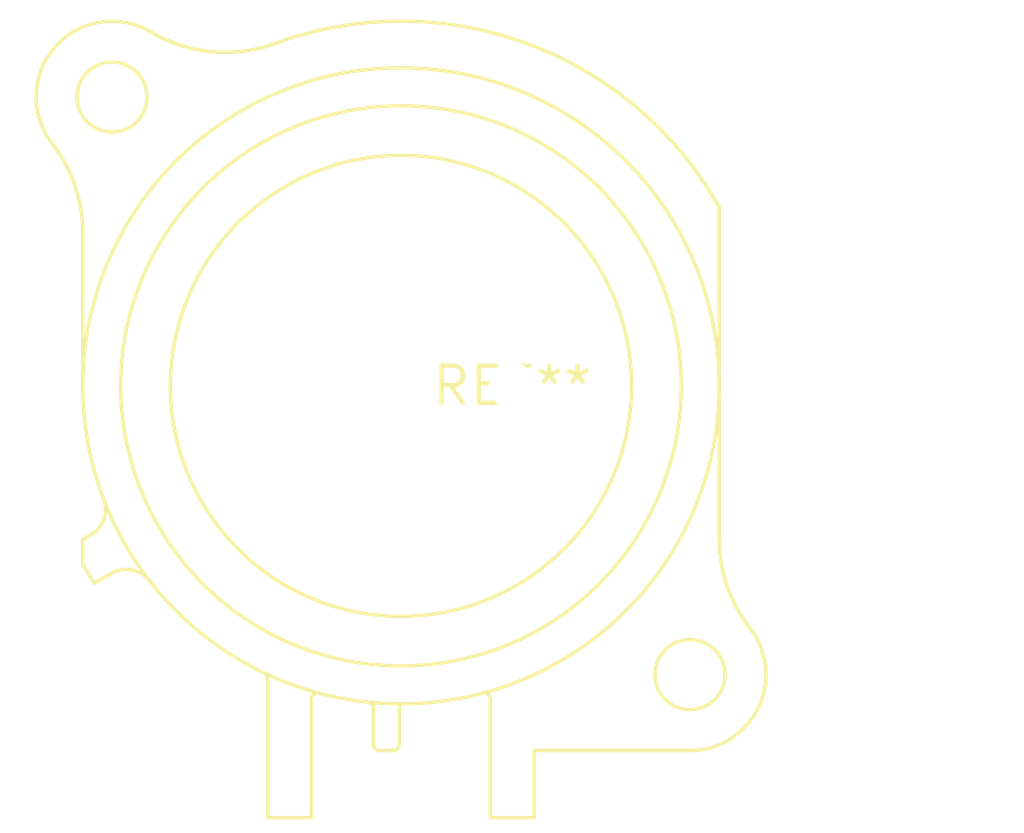
<source format=kicad_pcb>
(kicad_pcb (version 20240108) (generator pcbnew)
  (layers (0 "F.Cu" signal) (31 "B.Cu" signal) (34 "B.Paste" user) (35 "F.Paste" user) (36 "B.SilkS" user "B.Silkscreen") (37 "F.SilkS" user "F.Silkscreen") (38 "B.Mask" user) (39 "F.Mask" user) (44 "Edge.Cuts" user))
  (net 0 "")
  (footprint "Jack_XLR_Neutrik_NC3FAAV1_Vertical" (layer "F.Cu") (at 0 0)
    (property "Reference" "REF**")
    (property "Value" "Jack_XLR_Neutrik_NC3FAAV1_Vertical")
    (fp_line (start -14.71 0) (end -14.71 -5.24) (layer "F.SilkS") (stroke (width 0.12)))
    (fp_line (start -14.71 5.26) (end -14.44 5.11) (layer "F.SilkS") (stroke (width 0.12)))
    (fp_line (start -14.71 6.12) (end -14.71 5.26) (layer "F.SilkS") (stroke (width 0.12)))
    (fp_line (start -14.32 6.76) (end -14.71 6.12) (layer "F.SilkS") (stroke (width 0.12)))
    (fp_line (start -13.71 6.42) (end -14.32 6.76) (layer "F.SilkS") (stroke (width 0.12)))
    (fp_line (start -8.37 10.03) (end -8.37 14.8) (layer "F.SilkS") (stroke (width 0.12)))
    (fp_line (start -6.87 14.8) (end -8.37 14.8) (layer "F.SilkS") (stroke (width 0.12)))
    (fp_line (start -6.87 14.8) (end -6.87 10.73) (layer "F.SilkS") (stroke (width 0.12)))
    (fp_line (start -4.75 11.04) (end -4.75 12.3) (layer "F.SilkS") (stroke (width 0.12)))
    (fp_line (start -4.07 12.5) (end -4.55 12.5) (layer "F.SilkS") (stroke (width 0.12)))
    (fp_line (start -3.87 10.9) (end -3.87 12.3) (layer "F.SilkS") (stroke (width 0.12)))
    (fp_line (start -0.75 10.73) (end -0.75 10.73) (layer "F.SilkS") (stroke (width 0.12)))
    (fp_line (start -0.75 14.8) (end -0.75 10.73) (layer "F.SilkS") (stroke (width 0.12)))
    (fp_line (start 0.75 12.5) (end 6.09 12.5) (layer "F.SilkS") (stroke (width 0.12)))
    (fp_line (start 0.75 14.8) (end -0.75 14.8) (layer "F.SilkS") (stroke (width 0.12)))
    (fp_line (start 0.75 14.8) (end 0.75 12.5) (layer "F.SilkS") (stroke (width 0.12)))
    (fp_line (start 7.09 5.24) (end 7.09 -6.12) (layer "F.SilkS") (stroke (width 0.12)))
    (fp_arc (start -15.766689 -8.317569) (mid -14.98153 -6.866962) (end -14.71 -5.24) (layer "F.SilkS") (stroke (width 0.12)))
    (fp_arc (start -15.761979 -8.309032) (mid -15.65429 -11.620911) (end -12.38 -12.13) (layer "F.SilkS") (stroke (width 0.12)))
    (fp_arc (start -13.969214 3.951372) (mid -13.999461 4.614043) (end -14.44 5.11) (layer "F.SilkS") (stroke (width 0.12)))
    (fp_arc (start -13.71 6.42) (mid -13.01025 6.315915) (end -12.412202 6.693832) (layer "F.SilkS") (stroke (width 0.12)))
    (fp_arc (start -8.436364 9.870864) (mid -8.385177 9.942924) (end -8.37 10.03) (layer "F.SilkS") (stroke (width 0.12)))
    (fp_arc (start -8.12905 -11.730738) (mid 0.51404 -11.7289) (end 7.09 -6.12) (layer "F.SilkS") (stroke (width 0.12)))
    (fp_arc (start -8.118081 -11.733841) (mid -10.293498 -11.453642) (end -12.38 -12.13) (layer "F.SilkS") (stroke (width 0.12)))
    (fp_arc (start -6.87 10.73) (mid -6.814828 10.588126) (end -6.678303 10.520799) (layer "F.SilkS") (stroke (width 0.12)))
    (fp_arc (start -4.908418 10.84437) (mid -4.794571 10.914136) (end -4.75 11.04) (layer "F.SilkS") (stroke (width 0.12)))
    (fp_arc (start -4.55 12.5) (mid -4.691421 12.441421) (end -4.75 12.3) (layer "F.SilkS") (stroke (width 0.12)))
    (fp_arc (start -3.87 12.3) (mid -3.928579 12.441421) (end -4.07 12.5) (layer "F.SilkS") (stroke (width 0.12)))
    (fp_arc (start -0.949009 10.520288) (mid -0.807671 10.585446) (end -0.75 10.73) (layer "F.SilkS") (stroke (width 0.12)))
    (fp_arc (start 8.141619 8.302858) (mid 8.42587 11.041804) (end 6.09 12.5) (layer "F.SilkS") (stroke (width 0.12)))
    (fp_arc (start 8.14247 8.305283) (mid 7.360446 6.860467) (end 7.09 5.24) (layer "F.SilkS") (stroke (width 0.12)))
    (fp_circle (center -13.71 -9.9) (end -12.51 -9.9) (layer "F.SilkS") (stroke (width 0.12)) (fill none))
    (fp_circle (center -3.81 0) (end 4.09 0) (layer "F.SilkS") (stroke (width 0.12)) (fill none))
    (fp_circle (center -3.81 0) (end 5.79 0) (layer "F.SilkS") (stroke (width 0.12)) (fill none))
    (fp_circle (center -3.81 0) (end 7.09 0) (layer "F.SilkS") (stroke (width 0.12)) (fill none))
    (fp_circle (center 6.09 9.9) (end 7.29 9.9) (layer "F.SilkS") (stroke (width 0.12)) (fill none))
    (pad "1" thru_hole circle (at 0 0) (size 3.4 3.4) (drill 1.6) (layers *.Cu *.Mask) (remove_unused_layers))
    (pad "2" thru_hole circle (at -7.62 0) (size 3.4 3.4) (drill 1.6) (layers *.Cu *.Mask) (remove_unused_layers))
    (pad "3" thru_hole circle (at -3.81 4.45) (size 2.9 2.9) (drill 1.2) (layers *.Cu *.Mask) (remove_unused_layers))
  )
)
</source>
